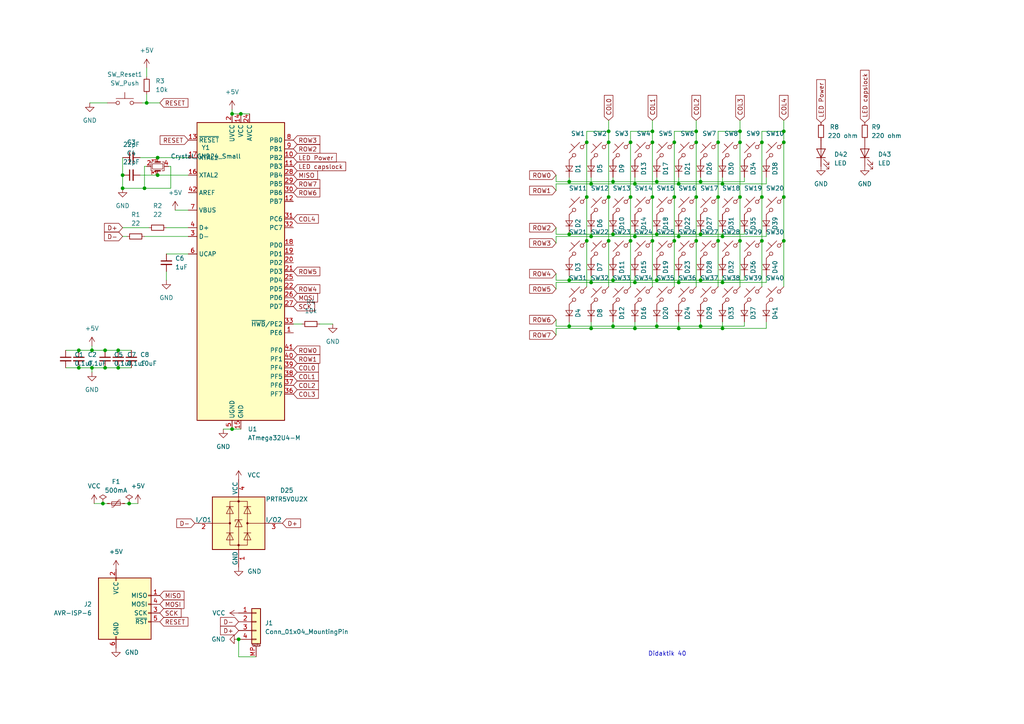
<source format=kicad_sch>
(kicad_sch (version 20211123) (generator eeschema)
  (paper "A4")
  (junction (at 29.845 146.05))
  (junction (at 26.67 106.68))
  (junction (at 203.2 67.945))
  (junction (at 67.31 124.46))
  (junction (at 176.53 69.85))
  (junction (at 195.58 57.15))
  (junction (at 220.98 41.275))
  (junction (at 196.85 95.25))
  (junction (at 170.18 69.85))
  (junction (at 35.56 50.8))
  (junction (at 184.15 68.58))
  (junction (at 220.98 69.85))
  (junction (at 45.72 50.8))
  (junction (at 30.48 106.68))
  (junction (at 41.91 54.61))
  (junction (at 165.1 67.945))
  (junction (at 201.93 41.275))
  (junction (at 45.72 45.72))
  (junction (at 34.29 101.6))
  (junction (at 170.18 57.15))
  (junction (at 203.2 94.615))
  (junction (at 214.63 57.15))
  (junction (at 209.55 68.58))
  (junction (at 208.28 69.85))
  (junction (at 214.63 38.1))
  (junction (at 165.1 94.615))
  (junction (at 171.45 68.58))
  (junction (at 26.67 101.6))
  (junction (at 69.85 33.02))
  (junction (at 201.93 69.85))
  (junction (at 203.2 52.705))
  (junction (at 171.45 81.915))
  (junction (at 189.23 57.15))
  (junction (at 201.93 57.15))
  (junction (at 214.63 41.275))
  (junction (at 195.58 41.275))
  (junction (at 35.56 54.61))
  (junction (at 176.53 41.275))
  (junction (at 30.48 101.6))
  (junction (at 176.53 38.1))
  (junction (at 190.5 67.945))
  (junction (at 190.5 81.28))
  (junction (at 203.2 81.28))
  (junction (at 227.33 69.85))
  (junction (at 209.55 81.915))
  (junction (at 209.55 53.34))
  (junction (at 37.465 146.05))
  (junction (at 189.23 69.85))
  (junction (at 189.23 41.275))
  (junction (at 176.53 57.15))
  (junction (at 189.23 38.1))
  (junction (at 196.85 81.915))
  (junction (at 184.15 95.25))
  (junction (at 170.18 41.275))
  (junction (at 227.33 57.15))
  (junction (at 177.8 67.945))
  (junction (at 165.1 81.28))
  (junction (at 22.86 101.6))
  (junction (at 182.88 41.275))
  (junction (at 69.215 185.42))
  (junction (at 220.98 57.15))
  (junction (at 34.29 106.68))
  (junction (at 184.15 81.915))
  (junction (at 209.55 95.25))
  (junction (at 227.33 41.275))
  (junction (at 201.93 38.1))
  (junction (at 208.28 57.15))
  (junction (at 184.15 53.34))
  (junction (at 190.5 94.615))
  (junction (at 190.5 52.705))
  (junction (at 67.31 33.02))
  (junction (at 227.33 38.1))
  (junction (at 195.58 69.85))
  (junction (at 182.88 69.85))
  (junction (at 165.1 52.705))
  (junction (at 214.63 69.85))
  (junction (at 177.8 52.705))
  (junction (at 42.545 29.845))
  (junction (at 196.85 53.34))
  (junction (at 171.45 53.34))
  (junction (at 208.28 41.275))
  (junction (at 196.85 68.58))
  (junction (at 177.8 94.615))
  (junction (at 171.45 95.25))
  (junction (at 22.86 106.68))
  (junction (at 182.88 57.15))
  (junction (at 177.8 81.28))
  (wire (pts (xy 201.93 34.925) (xy 201.93 38.1)))
  (wire (pts (xy 214.63 57.15) (xy 214.63 69.85)))
  (wire (pts (xy 190.5 51.435) (xy 190.5 52.705)))
  (wire (pts (xy 227.33 57.15) (xy 227.33 69.85)))
  (wire (pts (xy 214.63 38.1) (xy 214.63 41.275)))
  (wire (pts (xy 48.895 48.26) (xy 49.53 48.26)))
  (wire (pts (xy 41.91 68.58) (xy 54.61 68.58)))
  (wire (pts (xy 177.8 80.01) (xy 177.8 81.28)))
  (wire (pts (xy 161.29 95.25) (xy 161.29 97.155)))
  (wire (pts (xy 40.64 50.8) (xy 45.72 50.8)))
  (wire (pts (xy 42.545 19.685) (xy 42.545 22.225)))
  (wire (pts (xy 177.8 52.705) (xy 190.5 52.705)))
  (wire (pts (xy 67.31 124.46) (xy 69.85 124.46)))
  (wire (pts (xy 170.18 38.1) (xy 176.53 38.1)))
  (wire (pts (xy 189.23 41.275) (xy 189.23 57.15)))
  (wire (pts (xy 165.1 51.435) (xy 165.1 52.705)))
  (wire (pts (xy 190.5 52.705) (xy 203.2 52.705)))
  (wire (pts (xy 85.09 93.98) (xy 87.63 93.98)))
  (wire (pts (xy 161.29 68.58) (xy 171.45 68.58)))
  (wire (pts (xy 69.85 33.02) (xy 72.39 33.02)))
  (wire (pts (xy 209.55 68.58) (xy 222.25 68.58)))
  (wire (pts (xy 40.64 45.72) (xy 45.72 45.72)))
  (wire (pts (xy 203.2 67.945) (xy 215.9 67.945)))
  (wire (pts (xy 222.25 93.345) (xy 222.25 95.25)))
  (wire (pts (xy 170.18 83.185) (xy 170.18 69.85)))
  (wire (pts (xy 215.9 93.345) (xy 215.9 94.615)))
  (wire (pts (xy 203.2 67.31) (xy 203.2 67.945)))
  (wire (pts (xy 222.25 80.01) (xy 222.25 81.915)))
  (wire (pts (xy 208.28 41.275) (xy 208.28 38.1)))
  (wire (pts (xy 161.29 50.8) (xy 161.29 52.705)))
  (wire (pts (xy 201.93 38.1) (xy 195.58 38.1)))
  (wire (pts (xy 214.63 69.85) (xy 214.63 83.185)))
  (wire (pts (xy 165.1 81.28) (xy 177.8 81.28)))
  (wire (pts (xy 161.29 66.04) (xy 161.29 67.945)))
  (wire (pts (xy 177.8 51.435) (xy 177.8 52.705)))
  (wire (pts (xy 209.55 80.01) (xy 209.55 81.915)))
  (wire (pts (xy 30.48 101.6) (xy 34.29 101.6)))
  (wire (pts (xy 196.85 81.915) (xy 209.55 81.915)))
  (wire (pts (xy 208.28 83.185) (xy 208.28 69.85)))
  (wire (pts (xy 22.86 101.6) (xy 26.67 101.6)))
  (wire (pts (xy 184.15 93.345) (xy 184.15 95.25)))
  (wire (pts (xy 190.5 93.345) (xy 190.5 94.615)))
  (wire (pts (xy 41.91 54.61) (xy 35.56 54.61)))
  (wire (pts (xy 69.215 190.5) (xy 74.295 190.5)))
  (wire (pts (xy 227.33 69.85) (xy 227.33 83.185)))
  (wire (pts (xy 177.8 81.28) (xy 190.5 81.28)))
  (wire (pts (xy 184.15 53.34) (xy 171.45 53.34)))
  (wire (pts (xy 171.45 68.58) (xy 184.15 68.58)))
  (wire (pts (xy 49.53 54.61) (xy 41.91 54.61)))
  (wire (pts (xy 195.58 57.15) (xy 195.58 69.85)))
  (wire (pts (xy 171.45 95.25) (xy 161.29 95.25)))
  (wire (pts (xy 215.9 67.31) (xy 215.9 67.945)))
  (wire (pts (xy 182.88 83.185) (xy 182.88 69.85)))
  (wire (pts (xy 201.93 69.85) (xy 201.93 83.185)))
  (wire (pts (xy 209.55 51.435) (xy 209.55 53.34)))
  (wire (pts (xy 189.23 57.15) (xy 189.23 69.85)))
  (wire (pts (xy 196.85 68.58) (xy 209.55 68.58)))
  (wire (pts (xy 161.29 67.945) (xy 165.1 67.945)))
  (wire (pts (xy 177.8 67.31) (xy 177.8 67.945)))
  (wire (pts (xy 222.25 95.25) (xy 209.55 95.25)))
  (wire (pts (xy 42.545 29.845) (xy 46.355 29.845)))
  (wire (pts (xy 176.53 69.85) (xy 176.53 83.185)))
  (wire (pts (xy 67.31 31.75) (xy 67.31 33.02)))
  (wire (pts (xy 42.545 27.305) (xy 42.545 29.845)))
  (wire (pts (xy 203.2 81.28) (xy 215.9 81.28)))
  (wire (pts (xy 35.56 45.72) (xy 35.56 50.8)))
  (wire (pts (xy 190.5 81.28) (xy 203.2 81.28)))
  (wire (pts (xy 161.29 81.915) (xy 161.29 83.82)))
  (wire (pts (xy 170.18 69.85) (xy 170.18 57.15)))
  (wire (pts (xy 195.58 38.1) (xy 195.58 41.275)))
  (wire (pts (xy 45.72 50.8) (xy 54.61 50.8)))
  (wire (pts (xy 184.15 80.01) (xy 184.15 81.915)))
  (wire (pts (xy 161.29 68.58) (xy 161.29 70.485)))
  (wire (pts (xy 227.33 41.275) (xy 227.33 57.15)))
  (wire (pts (xy 165.1 93.345) (xy 165.1 94.615)))
  (wire (pts (xy 41.91 48.26) (xy 42.545 48.26)))
  (wire (pts (xy 30.48 106.68) (xy 34.29 106.68)))
  (wire (pts (xy 201.93 57.15) (xy 201.93 69.85)))
  (wire (pts (xy 64.77 124.46) (xy 67.31 124.46)))
  (wire (pts (xy 22.86 106.68) (xy 26.67 106.68)))
  (wire (pts (xy 177.8 93.345) (xy 177.8 94.615)))
  (wire (pts (xy 184.15 68.58) (xy 196.85 68.58)))
  (wire (pts (xy 227.33 38.1) (xy 220.98 38.1)))
  (wire (pts (xy 208.28 69.85) (xy 208.28 57.15)))
  (wire (pts (xy 26.67 100.33) (xy 26.67 101.6)))
  (wire (pts (xy 50.8 60.96) (xy 54.61 60.96)))
  (wire (pts (xy 165.1 94.615) (xy 177.8 94.615)))
  (wire (pts (xy 36.195 146.05) (xy 37.465 146.05)))
  (wire (pts (xy 189.23 34.925) (xy 189.23 38.1)))
  (wire (pts (xy 165.1 67.945) (xy 177.8 67.945)))
  (wire (pts (xy 214.63 34.925) (xy 214.63 38.1)))
  (wire (pts (xy 177.8 67.945) (xy 190.5 67.945)))
  (wire (pts (xy 171.45 93.345) (xy 171.45 95.25)))
  (wire (pts (xy 29.845 146.05) (xy 31.115 146.05)))
  (wire (pts (xy 161.29 53.34) (xy 161.29 55.245)))
  (wire (pts (xy 220.98 69.85) (xy 220.98 83.185)))
  (wire (pts (xy 35.56 68.58) (xy 36.83 68.58)))
  (wire (pts (xy 220.98 41.275) (xy 220.98 57.15)))
  (wire (pts (xy 48.26 66.04) (xy 54.61 66.04)))
  (wire (pts (xy 170.18 41.275) (xy 170.18 38.1)))
  (wire (pts (xy 201.93 38.1) (xy 201.93 41.275)))
  (wire (pts (xy 203.2 80.01) (xy 203.2 81.28)))
  (wire (pts (xy 222.25 53.34) (xy 209.55 53.34)))
  (wire (pts (xy 209.55 67.31) (xy 209.55 68.58)))
  (wire (pts (xy 203.2 94.615) (xy 215.9 94.615)))
  (wire (pts (xy 182.88 38.1) (xy 189.23 38.1)))
  (wire (pts (xy 208.28 57.15) (xy 208.28 41.275)))
  (wire (pts (xy 27.305 146.05) (xy 29.845 146.05)))
  (wire (pts (xy 48.26 73.66) (xy 54.61 73.66)))
  (wire (pts (xy 209.55 95.25) (xy 196.85 95.25)))
  (wire (pts (xy 190.5 67.945) (xy 203.2 67.945)))
  (wire (pts (xy 189.23 69.85) (xy 189.23 83.185)))
  (wire (pts (xy 227.33 34.925) (xy 227.33 38.1)))
  (wire (pts (xy 176.53 38.1) (xy 176.53 41.275)))
  (wire (pts (xy 19.05 101.6) (xy 22.86 101.6)))
  (wire (pts (xy 48.26 78.74) (xy 48.26 81.28)))
  (wire (pts (xy 190.5 94.615) (xy 203.2 94.615)))
  (wire (pts (xy 208.28 38.1) (xy 214.63 38.1)))
  (wire (pts (xy 209.55 53.34) (xy 196.85 53.34)))
  (wire (pts (xy 161.29 81.915) (xy 171.45 81.915)))
  (wire (pts (xy 171.45 51.435) (xy 171.45 53.34)))
  (wire (pts (xy 215.9 51.435) (xy 215.9 52.705)))
  (wire (pts (xy 170.18 57.15) (xy 170.18 41.275)))
  (wire (pts (xy 189.23 38.1) (xy 189.23 41.275)))
  (wire (pts (xy 203.2 93.345) (xy 203.2 94.615)))
  (wire (pts (xy 35.56 66.04) (xy 43.18 66.04)))
  (wire (pts (xy 69.215 190.5) (xy 69.215 185.42)))
  (wire (pts (xy 184.15 81.915) (xy 196.85 81.915)))
  (wire (pts (xy 45.72 45.72) (xy 54.61 45.72)))
  (wire (pts (xy 196.85 51.435) (xy 196.85 53.34)))
  (wire (pts (xy 203.2 51.435) (xy 203.2 52.705)))
  (wire (pts (xy 182.88 41.275) (xy 182.88 38.1)))
  (wire (pts (xy 26.67 101.6) (xy 30.48 101.6)))
  (wire (pts (xy 196.85 80.01) (xy 196.85 81.915)))
  (wire (pts (xy 227.33 38.1) (xy 227.33 41.275)))
  (wire (pts (xy 171.45 53.34) (xy 161.29 53.34)))
  (wire (pts (xy 161.29 94.615) (xy 165.1 94.615)))
  (wire (pts (xy 165.1 67.31) (xy 165.1 67.945)))
  (wire (pts (xy 195.58 69.85) (xy 195.58 83.185)))
  (wire (pts (xy 184.15 95.25) (xy 171.45 95.25)))
  (wire (pts (xy 222.25 51.435) (xy 222.25 53.34)))
  (wire (pts (xy 165.1 80.01) (xy 165.1 81.28)))
  (wire (pts (xy 171.45 81.915) (xy 184.15 81.915)))
  (wire (pts (xy 203.2 52.705) (xy 215.9 52.705)))
  (wire (pts (xy 195.58 41.275) (xy 195.58 57.15)))
  (wire (pts (xy 161.29 79.375) (xy 161.29 81.28)))
  (wire (pts (xy 184.15 51.435) (xy 184.15 53.34)))
  (wire (pts (xy 176.53 41.275) (xy 176.53 57.15)))
  (wire (pts (xy 176.53 57.15) (xy 176.53 69.85)))
  (wire (pts (xy 26.67 106.68) (xy 26.67 107.95)))
  (wire (pts (xy 196.85 93.345) (xy 196.85 95.25)))
  (wire (pts (xy 41.275 29.845) (xy 42.545 29.845)))
  (wire (pts (xy 215.9 80.01) (xy 215.9 81.28)))
  (wire (pts (xy 190.5 67.31) (xy 190.5 67.945)))
  (wire (pts (xy 171.45 67.31) (xy 171.45 68.58)))
  (wire (pts (xy 214.63 41.275) (xy 214.63 57.15)))
  (wire (pts (xy 182.88 69.85) (xy 182.88 57.15)))
  (wire (pts (xy 176.53 34.925) (xy 176.53 38.1)))
  (wire (pts (xy 26.035 29.845) (xy 31.115 29.845)))
  (wire (pts (xy 196.85 67.31) (xy 196.85 68.58)))
  (wire (pts (xy 49.53 48.26) (xy 49.53 54.61)))
  (wire (pts (xy 220.98 38.1) (xy 220.98 41.275)))
  (wire (pts (xy 161.29 81.28) (xy 165.1 81.28)))
  (wire (pts (xy 222.25 67.31) (xy 222.25 68.58)))
  (wire (pts (xy 34.29 106.68) (xy 38.1 106.68)))
  (wire (pts (xy 41.91 48.26) (xy 41.91 54.61)))
  (wire (pts (xy 190.5 80.01) (xy 190.5 81.28)))
  (wire (pts (xy 220.98 57.15) (xy 220.98 69.85)))
  (wire (pts (xy 35.56 50.8) (xy 35.56 54.61)))
  (wire (pts (xy 201.93 41.275) (xy 201.93 57.15)))
  (wire (pts (xy 19.05 106.68) (xy 22.86 106.68)))
  (wire (pts (xy 196.85 53.34) (xy 184.15 53.34)))
  (wire (pts (xy 165.1 52.705) (xy 177.8 52.705)))
  (wire (pts (xy 209.55 93.345) (xy 209.55 95.25)))
  (wire (pts (xy 161.29 52.705) (xy 165.1 52.705)))
  (wire (pts (xy 161.29 92.71) (xy 161.29 94.615)))
  (wire (pts (xy 67.31 33.02) (xy 69.85 33.02)))
  (wire (pts (xy 182.88 57.15) (xy 182.88 41.275)))
  (wire (pts (xy 171.45 80.01) (xy 171.45 81.915)))
  (wire (pts (xy 26.67 106.68) (xy 30.48 106.68)))
  (wire (pts (xy 92.71 93.98) (xy 96.52 93.98)))
  (wire (pts (xy 177.8 94.615) (xy 190.5 94.615)))
  (wire (pts (xy 37.465 146.05) (xy 40.005 146.05)))
  (wire (pts (xy 196.85 95.25) (xy 184.15 95.25)))
  (wire (pts (xy 34.29 101.6) (xy 38.1 101.6)))
  (wire (pts (xy 209.55 81.915) (xy 222.25 81.915)))
  (wire (pts (xy 184.15 67.31) (xy 184.15 68.58)))
  (text "Didaktik 40" (at 187.96 190.5 0) (effects (font (size 1.27 1.27)) (justify left bottom)))
  (global_label "ROW6" (shape input) (at 85.09 55.88 0) (property "Intersheet References" "${INTERSHEET_REFS}" (effects hide)))
  (global_label "COL4" (shape input) (at 227.33 34.925 90) (property "Intersheet References" "${INTERSHEET_REFS}" (effects hide)))
  (global_label "LED Power" (shape input) (at 85.09 45.72 0) (property "Intersheet References" "${INTERSHEET_REFS}" (effects hide)))
  (global_label "ROW0" (shape input) (at 85.09 101.6 0) (property "Intersheet References" "${INTERSHEET_REFS}" (effects hide)))
  (global_label "RESET" (shape input) (at 54.61 40.64 180) (property "Intersheet References" "${INTERSHEET_REFS}" (effects hide)))
  (global_label "RESET" (shape input) (at 46.355 29.845 0) (property "Intersheet References" "${INTERSHEET_REFS}" (effects hide)))
  (global_label "LED capslock" (shape input) (at 250.825 35.56 90) (property "Intersheet References" "${INTERSHEET_REFS}" (effects hide)))
  (global_label "COL1" (shape input) (at 85.09 109.22 0) (property "Intersheet References" "${INTERSHEET_REFS}" (effects hide)))
  (global_label "COL1" (shape input) (at 189.23 34.925 90) (property "Intersheet References" "${INTERSHEET_REFS}" (effects hide)))
  (global_label "D-" (shape input) (at 35.56 68.58 180) (property "Intersheet References" "${INTERSHEET_REFS}" (effects hide)))
  (global_label "MOSI" (shape input) (at 46.355 175.26 0) (property "Intersheet References" "${INTERSHEET_REFS}" (effects hide)))
  (global_label "ROW5" (shape input) (at 85.09 78.74 0) (property "Intersheet References" "${INTERSHEET_REFS}" (effects hide)))
  (global_label "ROW6" (shape input) (at 161.29 92.71 180) (property "Intersheet References" "${INTERSHEET_REFS}" (effects hide)))
  (global_label "ROW3" (shape input) (at 161.29 70.485 180) (property "Intersheet References" "${INTERSHEET_REFS}" (effects hide)))
  (global_label "D+" (shape input) (at 69.215 182.88 180) (property "Intersheet References" "${INTERSHEET_REFS}" (effects hide)))
  (global_label "COL3" (shape input) (at 85.09 114.3 0) (property "Intersheet References" "${INTERSHEET_REFS}" (effects hide)))
  (global_label "ROW1" (shape input) (at 85.09 104.14 0) (property "Intersheet References" "${INTERSHEET_REFS}" (effects hide)))
  (global_label "D-" (shape input) (at 69.215 180.34 180) (property "Intersheet References" "${INTERSHEET_REFS}" (effects hide)))
  (global_label "COL0" (shape input) (at 176.53 34.925 90) (property "Intersheet References" "${INTERSHEET_REFS}" (effects hide)))
  (global_label "ROW4" (shape input) (at 161.29 79.375 180) (property "Intersheet References" "${INTERSHEET_REFS}" (effects hide)))
  (global_label "ROW7" (shape input) (at 85.09 53.34 0) (property "Intersheet References" "${INTERSHEET_REFS}" (effects hide)))
  (global_label "COL4" (shape input) (at 85.09 63.5 0) (property "Intersheet References" "${INTERSHEET_REFS}" (effects hide)))
  (global_label "LED capslock" (shape input) (at 85.09 48.26 0) (property "Intersheet References" "${INTERSHEET_REFS}" (effects hide)))
  (global_label "D-" (shape input) (at 56.515 151.765 180) (property "Intersheet References" "${INTERSHEET_REFS}" (effects hide)))
  (global_label "COL0" (shape input) (at 85.09 106.68 0) (property "Intersheet References" "${INTERSHEET_REFS}" (effects hide)))
  (global_label "MISO" (shape input) (at 46.355 172.72 0) (property "Intersheet References" "${INTERSHEET_REFS}" (effects hide)))
  (global_label "ROW0" (shape input) (at 161.29 50.8 180) (property "Intersheet References" "${INTERSHEET_REFS}" (effects hide)))
  (global_label "COL3" (shape input) (at 214.63 34.925 90) (property "Intersheet References" "${INTERSHEET_REFS}" (effects hide)))
  (global_label "RESET" (shape input) (at 46.355 180.34 0) (property "Intersheet References" "${INTERSHEET_REFS}" (effects hide)))
  (global_label "ROW4" (shape input) (at 85.09 83.82 0) (property "Intersheet References" "${INTERSHEET_REFS}" (effects hide)))
  (global_label "MOSI" (shape input) (at 85.09 86.36 0) (property "Intersheet References" "${INTERSHEET_REFS}" (effects hide)))
  (global_label "ROW5" (shape input) (at 161.29 83.82 180) (property "Intersheet References" "${INTERSHEET_REFS}" (effects hide)))
  (global_label "MISO" (shape input) (at 85.09 50.8 0) (property "Intersheet References" "${INTERSHEET_REFS}" (effects hide)))
  (global_label "SCK" (shape input) (at 46.355 177.8 0) (property "Intersheet References" "${INTERSHEET_REFS}" (effects hide)))
  (global_label "ROW2" (shape input) (at 85.09 43.18 0) (property "Intersheet References" "${INTERSHEET_REFS}" (effects hide)))
  (global_label "D+" (shape input) (at 81.915 151.765 0) (property "Intersheet References" "${INTERSHEET_REFS}" (effects hide)))
  (global_label "ROW2" (shape input) (at 161.29 66.04 180) (property "Intersheet References" "${INTERSHEET_REFS}" (effects hide)))
  (global_label "COL2" (shape input) (at 201.93 34.925 90) (property "Intersheet References" "${INTERSHEET_REFS}" (effects hide)))
  (global_label "D+" (shape input) (at 35.56 66.04 180) (property "Intersheet References" "${INTERSHEET_REFS}" (effects hide)))
  (global_label "ROW1" (shape input) (at 161.29 55.245 180) (property "Intersheet References" "${INTERSHEET_REFS}" (effects hide)))
  (global_label "SCK" (shape input) (at 85.09 88.9 0) (property "Intersheet References" "${INTERSHEET_REFS}" (effects hide)))
  (global_label "LED Power" (shape input) (at 238.125 35.56 90) (property "Intersheet References" "${INTERSHEET_REFS}" (effects hide)))
  (global_label "ROW7" (shape input) (at 161.29 97.155 180) (property "Intersheet References" "${INTERSHEET_REFS}" (effects hide)))
  (global_label "COL2" (shape input) (at 85.09 111.76 0) (property "Intersheet References" "${INTERSHEET_REFS}" (effects hide)))
  (global_label "ROW3" (shape input) (at 85.09 40.64 0) (property "Intersheet References" "${INTERSHEET_REFS}" (effects hide)))
  (symbol (lib_id "ComboDiode:D_Small") (at 203.2 77.47 270) (mirror x) (unit 1)
    (property "Reference" "D28" (at 205.74 77.47 0))
    (property "Value" "D_Small" (effects hide))
    (property "Footprint" "Diode_SMD:D_SOD-123" (effects hide))
  )
  (symbol (lib_id "ComboDiode:Crystal_GND24_Small") (at 45.72 48.26 270) (unit 1)
    (property "Reference" "Y1" (at 59.69 42.7988 90))
    (property "Value" "Crystal_GND24_Small" (at 59.69 45.3388 90))
    (property "Footprint" "Crystal:Crystal_SMD_3225-4Pin_3.2x2.5mm" (effects hide))
  )
  (symbol (lib_id "power:+5V") (at 40.005 146.05 0) (unit 1)
    (property "Reference" "#PWR0103" (effects hide))
    (property "Value" "+5V" (at 40.005 140.97 0))
  )
  (symbol (lib_id "ComboDiode:D_Small") (at 190.5 48.895 270) (mirror x) (unit 1)
    (property "Reference" "D17" (at 193.04 48.895 0))
    (property "Value" "D_Small" (effects hide))
    (property "Footprint" "Diode_SMD:D_SOD-123" (effects hide))
  )
  (symbol (lib_id "ComboDiode:D_Small") (at 165.1 77.47 270) (mirror x) (unit 1)
    (property "Reference" "D3" (at 167.64 77.47 0))
    (property "Value" "D_Small" (effects hide))
    (property "Footprint" "Diode_SMD:D_SOD-123" (effects hide))
  )
  (symbol (lib_id "power:GND") (at 69.215 185.42 270) (unit 1)
    (property "Reference" "#PWR0118" (effects hide))
    (property "Value" "GND" (at 65.405 185.4199 90) (effects (justify right)))
  )
  (symbol (lib_id "ComboDiode:R_Small") (at 250.825 38.1 0) (unit 1)
    (property "Reference" "R9" (at 252.73 36.8299 0) (effects (justify left)))
    (property "Value" "220 ohm" (at 252.73 39.3699 0) (effects (justify left)))
    (property "Footprint" "Resistor_SMD:R_0402_1005Metric" (effects hide))
  )
  (symbol (lib_id "ComboDiode:D_Small") (at 171.45 77.47 270) (mirror x) (unit 1)
    (property "Reference" "D7" (at 173.99 77.47 0))
    (property "Value" "D_Small" (effects hide))
    (property "Footprint" "Diode_SMD:D_SOD-123" (effects hide))
  )
  (symbol (lib_id "MCU_Microchip_ATmega:ATmega32U4-M") (at 69.85 78.74 0) (unit 1)
    (property "Reference" "U1" (at 71.8694 124.46 0) (effects (justify left)))
    (property "Value" "ATmega32U4-M" (at 71.8694 127 0) (effects (justify left)))
    (property "Footprint" "Package_DFN_QFN:QFN-44-1EP_7x7mm_P0.5mm_EP5.2x5.2mm" (effects hide))
    (property "Datasheet" "http://ww1.microchip.com/downloads/en/DeviceDoc/Atmel-7766-8-bit-AVR-ATmega16U4-32U4_Datasheet.pdf" (effects hide))
  )
  (symbol (lib_id "power:GND") (at 48.26 81.28 0) (unit 1)
    (property "Reference" "#PWR0108" (effects hide))
    (property "Value" "GND" (at 48.26 86.36 0))
  )
  (symbol (lib_id "ComboDiode:D_Small") (at 215.9 90.805 270) (mirror x) (unit 1)
    (property "Reference" "D37" (at 218.44 90.805 0))
    (property "Value" "D_Small" (effects hide))
    (property "Footprint" "Diode_SMD:D_SOD-123" (effects hide))
  )
  (symbol (lib_id "power:GND") (at 96.52 93.98 0) (unit 1)
    (property "Reference" "#PWR0106" (effects hide))
    (property "Value" "GND" (at 96.52 99.06 0))
  )
  (symbol (lib_id "Switch:SW_Push_45deg") (at 173.99 85.725 0) (mirror y) (unit 1)
    (property "Reference" "SW32" (at 173.99 80.645 0))
    (property "Value" "SW_Push_45deg" (effects hide))
    (property "Footprint" "Keebio-Parts:MX-Alps-Choc-1U-NoLED" (effects hide))
  )
  (symbol (lib_id "power:+5V") (at 67.31 31.75 0) (unit 1)
    (property "Reference" "#PWR0116" (effects hide))
    (property "Value" "+5V" (at 67.31 26.67 0))
  )
  (symbol (lib_id "ComboDiode:C_Small") (at 38.1 50.8 90) (unit 1)
    (property "Reference" "C4" (at 38.1063 44.45 90))
    (property "Value" "22pF" (at 38.1063 46.99 90))
    (property "Footprint" "Capacitor_SMD:C_0402_1005Metric" (effects hide))
  )
  (symbol (lib_id "ComboDiode:D_Small") (at 171.45 90.805 270) (mirror x) (unit 1)
    (property "Reference" "D8" (at 173.99 90.805 0))
    (property "Value" "D_Small" (effects hide))
    (property "Footprint" "Diode_SMD:D_SOD-123" (effects hide))
  )
  (symbol (lib_id "Switch:SW_Push_45deg") (at 218.44 72.39 0) (mirror y) (unit 1)
    (property "Reference" "SW29" (at 218.44 67.31 0))
    (property "Value" "SW_Push_45deg" (effects hide))
    (property "Footprint" "Keebio-Parts:MX-Alps-Choc-1U-NoLED" (effects hide))
  )
  (symbol (lib_id "Switch:SW_Push_45deg") (at 167.64 43.815 0) (mirror y) (unit 1)
    (property "Reference" "SW1" (at 167.64 38.735 0))
    (property "Value" "SW_Push_45deg" (effects hide))
    (property "Footprint" "Keebio-Parts:MX-Alps-Choc-1U-NoLED" (effects hide))
  )
  (symbol (lib_id "Switch:SW_Push_45deg") (at 180.34 72.39 0) (mirror y) (unit 1)
    (property "Reference" "SW23" (at 180.34 67.31 0))
    (property "Value" "SW_Push_45deg" (effects hide))
    (property "Footprint" "Keebio-Parts:MX-Alps-Choc-1U-NoLED" (effects hide))
  )
  (symbol (lib_id "ComboDiode:R_Small") (at 39.37 68.58 90) (unit 1)
    (property "Reference" "R1" (at 39.37 62.23 90))
    (property "Value" "22" (at 39.37 64.77 90))
    (property "Footprint" "Resistor_SMD:R_0402_1005Metric" (effects hide))
  )
  (symbol (lib_id "ComboDiode:D_Small") (at 209.55 90.805 270) (mirror x) (unit 1)
    (property "Reference" "D33" (at 212.09 90.805 0))
    (property "Value" "D_Small" (effects hide))
    (property "Footprint" "Diode_SMD:D_SOD-123" (effects hide))
  )
  (symbol (lib_id "ComboDiode:D_Small") (at 215.9 48.895 270) (mirror x) (unit 1)
    (property "Reference" "D34" (at 218.44 48.895 0))
    (property "Value" "D_Small" (effects hide))
    (property "Footprint" "Diode_SMD:D_SOD-123" (effects hide))
  )
  (symbol (lib_id "ComboDiode:D_Small") (at 190.5 90.805 270) (mirror x) (unit 1)
    (property "Reference" "D20" (at 193.04 90.805 0))
    (property "Value" "D_Small" (effects hide))
    (property "Footprint" "Diode_SMD:D_SOD-123" (effects hide))
  )
  (symbol (lib_id "Switch:SW_Push") (at 36.195 29.845 0) (unit 1)
    (property "Reference" "SW_Reset1" (at 36.195 21.59 0))
    (property "Value" "SW_Push" (at 36.195 24.13 0))
    (property "Footprint" "random-keyboard-parts:SKQG-1155865" (effects hide))
  )
  (symbol (lib_id "Switch:SW_Push_45deg") (at 186.69 59.69 0) (mirror y) (unit 1)
    (property "Reference" "SW14" (at 186.69 54.61 0))
    (property "Value" "SW_Push_45deg" (effects hide))
    (property "Footprint" "Keebio-Parts:MX-Alps-Choc-1U-NoLED" (effects hide))
  )
  (symbol (lib_id "Switch:SW_Push_45deg") (at 224.79 85.725 0) (mirror y) (unit 1)
    (property "Reference" "SW40" (at 224.79 80.645 0))
    (property "Value" "SW_Push_45deg" (effects hide))
    (property "Footprint" "Keebio-Parts:MX-Alps-Choc-1.5U-NoLED" (effects hide))
  )
  (symbol (lib_id "power:GND") (at 250.825 48.26 0) (unit 1)
    (property "Reference" "#PWR0123" (effects hide))
    (property "Value" "GND" (at 250.825 53.34 0))
  )
  (symbol (lib_id "Connector:AVR-ISP-6") (at 36.195 177.8 0) (unit 1)
    (property "Reference" "J2" (at 26.67 175.2599 0) (effects (justify right)))
    (property "Value" "AVR-ISP-6" (at 26.67 177.7999 0) (effects (justify right)))
    (property "Footprint" "random-keyboard-parts:Reset_Pretty-Mask" (effects hide))
    (property "Datasheet" " ~" (effects hide))
  )
  (symbol (lib_id "ComboDiode:C_Small") (at 48.26 76.2 0) (unit 1)
    (property "Reference" "C6" (at 50.8 74.9362 0) (effects (justify left)))
    (property "Value" "1uF" (at 50.8 77.4762 0) (effects (justify left)))
    (property "Footprint" "Capacitor_SMD:C_0402_1005Metric" (effects hide))
  )
  (symbol (lib_id "ComboDiode:R_Small") (at 42.545 24.765 0) (unit 1)
    (property "Reference" "R3" (at 45.085 23.4949 0) (effects (justify left)))
    (property "Value" "10k" (at 45.085 26.0349 0) (effects (justify left)))
    (property "Footprint" "Resistor_SMD:R_0402_1005Metric" (effects hide))
  )
  (symbol (lib_id "ComboDiode:D_Small") (at 196.85 90.805 270) (mirror x) (unit 1)
    (property "Reference" "D24" (at 199.39 90.805 0))
    (property "Value" "D_Small" (effects hide))
    (property "Footprint" "Diode_SMD:D_SOD-123" (effects hide))
  )
  (symbol (lib_id "ComboDiode:D_Small") (at 184.15 64.77 270) (mirror x) (unit 1)
    (property "Reference" "D14" (at 186.69 64.77 0))
    (property "Value" "D_Small" (effects hide))
    (property "Footprint" "Diode_SMD:D_SOD-123" (effects hide))
  )
  (symbol (lib_id "power:VCC") (at 69.215 139.065 0) (unit 1)
    (property "Reference" "#PWR0102" (effects hide))
    (property "Value" "VCC" (at 71.755 137.7949 0) (effects (justify left)))
  )
  (symbol (lib_id "ComboDiode:D_Small") (at 184.15 48.895 270) (mirror x) (unit 1)
    (property "Reference" "D13" (at 186.69 48.895 0))
    (property "Value" "D_Small" (effects hide))
    (property "Footprint" "Diode_SMD:D_SOD-123" (effects hide))
  )
  (symbol (lib_id "ComboDiode:R_Small") (at 90.17 93.98 90) (unit 1)
    (property "Reference" "R4" (at 90.17 87.63 90))
    (property "Value" "10k" (at 90.17 90.17 90))
    (property "Footprint" "Resistor_SMD:R_0402_1005Metric" (effects hide))
  )
  (symbol (lib_id "Switch:SW_Push_45deg") (at 180.34 85.725 0) (mirror y) (unit 1)
    (property "Reference" "SW33" (at 180.34 80.645 0))
    (property "Value" "SW_Push_45deg" (effects hide))
    (property "Footprint" "Keebio-Parts:MX-Alps-Choc-1U-NoLED" (effects hide))
  )
  (symbol (lib_id "ComboDiode:D_Small") (at 184.15 77.47 270) (mirror x) (unit 1)
    (property "Reference" "D15" (at 186.69 77.47 0))
    (property "Value" "D_Small" (effects hide))
    (property "Footprint" "Diode_SMD:D_SOD-123" (effects hide))
  )
  (symbol (lib_id "ComboDiode:D_Small") (at 184.15 90.805 270) (mirror x) (unit 1)
    (property "Reference" "D16" (at 186.69 90.805 0))
    (property "Value" "D_Small" (effects hide))
    (property "Footprint" "Diode_SMD:D_SOD-123" (effects hide))
  )
  (symbol (lib_id "ComboDiode:LED") (at 238.125 44.45 90) (unit 1)
    (property "Reference" "D42" (at 241.935 44.7801 90) (effects (justify right)))
    (property "Value" "LED" (at 241.935 47.3201 90) (effects (justify right)))
    (property "Footprint" "Keebio-Parts:LED_3mm" (effects hide))
  )
  (symbol (lib_id "ComboDiode:C_Small") (at 19.05 104.14 0) (unit 1)
    (property "Reference" "C1" (at 21.59 102.8762 0) (effects (justify left)))
    (property "Value" "0.1uF" (at 21.59 105.4162 0) (effects (justify left)))
    (property "Footprint" "Capacitor_SMD:C_0402_1005Metric" (effects hide))
  )
  (symbol (lib_id "Switch:SW_Push_45deg") (at 205.74 85.725 0) (mirror y) (unit 1)
    (property "Reference" "SW37" (at 205.74 80.645 0))
    (property "Value" "SW_Push_45deg" (effects hide))
    (property "Footprint" "Keebio-Parts:MX-Alps-Choc-1U-NoLED" (effects hide))
  )
  (symbol (lib_id "ComboDiode:D_Small") (at 196.85 64.77 270) (mirror x) (unit 1)
    (property "Reference" "D22" (at 199.39 64.77 0))
    (property "Value" "D_Small" (effects hide))
    (property "Footprint" "Diode_SMD:D_SOD-123" (effects hide))
  )
  (symbol (lib_id "power:GND") (at 64.77 124.46 0) (unit 1)
    (property "Reference" "#PWR0104" (effects hide))
    (property "Value" "GND" (at 64.77 129.54 0))
  )
  (symbol (lib_id "Switch:SW_Push_45deg") (at 224.79 43.815 0) (mirror y) (unit 1)
    (property "Reference" "SW10" (at 224.79 38.735 0))
    (property "Value" "SW_Push_45deg" (effects hide))
    (property "Footprint" "Keebio-Parts:MX-Alps-Choc-1U-NoLED" (effects hide))
  )
  (symbol (lib_id "Switch:SW_Push_45deg") (at 218.44 59.69 0) (mirror y) (unit 1)
    (property "Reference" "SW19" (at 218.44 54.61 0))
    (property "Value" "SW_Push_45deg" (effects hide))
    (property "Footprint" "Keebio-Parts:MX-Alps-Choc-1U-NoLED" (effects hide))
  )
  (symbol (lib_id "ComboDiode:D_Small") (at 215.9 77.47 270) (mirror x) (unit 1)
    (property "Reference" "D36" (at 218.44 77.47 0))
    (property "Value" "D_Small" (effects hide))
    (property "Footprint" "Diode_SMD:D_SOD-123" (effects hide))
  )
  (symbol (lib_id "ComboDiode:D_Small") (at 203.2 48.895 270) (mirror x) (unit 1)
    (property "Reference" "D26" (at 205.74 48.895 0))
    (property "Value" "D_Small" (effects hide))
    (property "Footprint" "Diode_SMD:D_SOD-123" (effects hide))
  )
  (symbol (lib_id "ComboDiode:D_Small") (at 222.25 90.805 270) (mirror x) (unit 1)
    (property "Reference" "D41" (at 224.79 90.805 0))
    (property "Value" "D_Small" (effects hide))
    (property "Footprint" "Diode_SMD:D_SOD-123" (effects hide))
  )
  (symbol (lib_id "ComboDiode:D_Small") (at 177.8 90.805 270) (mirror x) (unit 1)
    (property "Reference" "D12" (at 180.34 90.805 0))
    (property "Value" "D_Small" (effects hide))
    (property "Footprint" "Diode_SMD:D_SOD-123" (effects hide))
  )
  (symbol (lib_id "ComboDiode:D_Small") (at 190.5 64.77 270) (mirror x) (unit 1)
    (property "Reference" "D18" (at 193.04 64.77 0))
    (property "Value" "D_Small" (effects hide))
    (property "Footprint" "Diode_SMD:D_SOD-123" (effects hide))
  )
  (symbol (lib_id "Switch:SW_Push_45deg") (at 193.04 85.725 0) (mirror y) (unit 1)
    (property "Reference" "SW35" (at 193.04 80.645 0))
    (property "Value" "SW_Push_45deg" (effects hide))
    (property "Footprint" "Keebio-Parts:MX-Alps-Choc-1U-NoLED" (effects hide))
  )
  (symbol (lib_id "ComboDiode:Polyfuse_Small") (at 33.655 146.05 90) (unit 1)
    (property "Reference" "F1" (at 33.655 139.7 90))
    (property "Value" "500mA" (at 33.655 142.24 90))
    (property "Footprint" "Fuse:Fuse_1206_3216Metric" (effects hide))
  )
  (symbol (lib_id "Switch:SW_Push_45deg") (at 212.09 72.39 0) (mirror y) (unit 1)
    (property "Reference" "SW28" (at 212.09 67.31 0))
    (property "Value" "SW_Push_45deg" (effects hide))
    (property "Footprint" "Keebio-Parts:MX-Alps-Choc-1U-NoLED" (effects hide))
  )
  (symbol (lib_id "Switch:SW_Push_45deg") (at 180.34 43.815 0) (mirror y) (unit 1)
    (property "Reference" "SW3" (at 180.34 38.735 0))
    (property "Value" "SW_Push_45deg" (effects hide))
    (property "Footprint" "Keebio-Parts:MX-Alps-Choc-1U-NoLED" (effects hide))
  )
  (symbol (lib_id "ComboDiode:D_Small") (at 222.25 77.47 270) (mirror x) (unit 1)
    (property "Reference" "D40" (at 224.79 77.47 0))
    (property "Value" "D_Small" (effects hide))
    (property "Footprint" "Diode_SMD:D_SOD-123" (effects hide))
  )
  (symbol (lib_id "Switch:SW_Push_45deg") (at 218.44 43.815 0) (mirror y) (unit 1)
    (property "Reference" "SW9" (at 218.44 38.735 0))
    (property "Value" "SW_Push_45deg" (effects hide))
    (property "Footprint" "Keebio-Parts:MX-Alps-Choc-1U-NoLED" (effects hide))
  )
  (symbol (lib_id "ComboDiode:C_Small") (at 38.1 45.72 90) (unit 1)
    (property "Reference" "C3" (at 38.1 41.275 90))
    (property "Value" "22pF" (at 38.1063 41.91 90))
    (property "Footprint" "Capacitor_SMD:C_0402_1005Metric" (effects hide))
  )
  (symbol (lib_id "power:+5V") (at 42.545 19.685 0) (unit 1)
    (property "Reference" "#PWR0117" (effects hide))
    (property "Value" "+5V" (at 42.545 14.605 0))
  )
  (symbol (lib_id "Switch:SW_Push_45deg") (at 212.09 85.725 0) (mirror y) (unit 1)
    (property "Reference" "SW38" (at 212.09 80.645 0))
    (property "Value" "SW_Push_45deg" (effects hide))
    (property "Footprint" "Keebio-Parts:MX-Alps-Choc-1U-NoLED" (effects hide))
  )
  (symbol (lib_id "Switch:SW_Push_45deg") (at 180.34 59.69 0) (mirror y) (unit 1)
    (property "Reference" "SW13" (at 180.34 54.61 0))
    (property "Value" "SW_Push_45deg" (effects hide))
    (property "Footprint" "Keebio-Parts:MX-Alps-Choc-1U-NoLED" (effects hide))
  )
  (symbol (lib_id "power:GND") (at 238.125 48.26 0) (unit 1)
    (property "Reference" "#PWR0122" (effects hide))
    (property "Value" "GND" (at 238.125 53.34 0))
  )
  (symbol (lib_id "Switch:SW_Push_45deg") (at 199.39 43.815 0) (mirror y) (unit 1)
    (property "Reference" "SW6" (at 199.39 38.735 0))
    (property "Value" "SW_Push_45deg" (effects hide))
    (property "Footprint" "Keebio-Parts:MX-Alps-Choc-1U-NoLED" (effects hide))
  )
  (symbol (lib_id "Switch:SW_Push_45deg") (at 205.74 59.69 0) (mirror y) (unit 1)
    (property "Reference" "SW17" (at 205.74 54.61 0))
    (property "Value" "SW_Push_45deg" (effects hide))
    (property "Footprint" "Keebio-Parts:MX-Alps-Choc-1U-NoLED" (effects hide))
  )
  (symbol (lib_id "ComboDiode:D_Small") (at 196.85 48.895 270) (mirror x) (unit 1)
    (property "Reference" "D21" (at 199.39 48.895 0))
    (property "Value" "D_Small" (effects hide))
    (property "Footprint" "Diode_SMD:D_SOD-123" (effects hide))
  )
  (symbol (lib_id "ComboDiode:D_Small") (at 171.45 48.895 270) (mirror x) (unit 1)
    (property "Reference" "D5" (at 173.99 48.895 0))
    (property "Value" "D_Small" (effects hide))
    (property "Footprint" "Diode_SMD:D_SOD-123" (effects hide))
  )
  (symbol (lib_id "Connector_Generic_MountingPin:Conn_01x04_MountingPin") (at 74.295 180.34 0) (unit 1)
    (property "Reference" "J1" (at 76.835 180.6955 0) (effects (justify left)))
    (property "Value" "Conn_01x04_MountingPin" (at 76.835 183.2355 0) (effects (justify left)))
    (property "Footprint" "random-keyboard-parts:JST-SR-4" (effects hide))
  )
  (symbol (lib_id "ComboDiode:D_Small") (at 203.2 90.805 270) (mirror x) (unit 1)
    (property "Reference" "D29" (at 205.74 90.805 0))
    (property "Value" "D_Small" (effects hide))
    (property "Footprint" "Diode_SMD:D_SOD-123" (effects hide))
  )
  (symbol (lib_id "Switch:SW_Push_45deg") (at 173.99 59.69 0) (mirror y) (unit 1)
    (property "Reference" "SW12" (at 173.99 54.61 0))
    (property "Value" "SW_Push_45deg" (effects hide))
    (property "Footprint" "Keebio-Parts:MX-Alps-Choc-1U-NoLED" (effects hide))
  )
  (symbol (lib_id "ComboDiode:D_Small") (at 177.8 64.77 270) (mirror x) (unit 1)
    (property "Reference" "D10" (at 180.34 64.77 0))
    (property "Value" "D_Small" (effects hide))
    (property "Footprint" "Diode_SMD:D_SOD-123" (effects hide))
  )
  (symbol (lib_id "Switch:SW_Push_45deg") (at 173.99 43.815 0) (mirror y) (unit 1)
    (property "Reference" "SW2" (at 173.99 38.735 0))
    (property "Value" "SW_Push_45deg" (effects hide))
    (property "Footprint" "Keebio-Parts:MX-Alps-Choc-1U-NoLED" (effects hide))
  )
  (symbol (lib_id "ComboDiode:D_Small") (at 203.2 64.77 270) (mirror x) (unit 1)
    (property "Reference" "D27" (at 205.74 64.77 0))
    (property "Value" "D_Small" (effects hide))
    (property "Footprint" "Diode_SMD:D_SOD-123" (effects hide))
  )
  (symbol (lib_id "power:PWR_FLAG") (at 37.465 146.05 0) (unit 1)
    (property "Reference" "#FLG0101" (effects hide))
    (property "Value" "PWR_FLAG" (effects hide))
  )
  (symbol (lib_id "Switch:SW_Push_45deg") (at 224.79 72.39 0) (mirror y) (unit 1)
    (property "Reference" "SW30" (at 224.79 67.31 0))
    (property "Value" "SW_Push_45deg" (effects hide))
    (property "Footprint" "Keebio-Parts:MX-Alps-Choc-1U-NoLED" (effects hide))
  )
  (symbol (lib_id "ComboDiode:D_Small") (at 165.1 64.77 270) (mirror x) (unit 1)
    (property "Reference" "D2" (at 167.64 64.77 0))
    (property "Value" "D_Small" (effects hide))
    (property "Footprint" "Diode_SMD:D_SOD-123" (effects hide))
  )
  (symbol (lib_id "ComboDiode:D_Small") (at 209.55 77.47 270) (mirror x) (unit 1)
    (property "Reference" "D32" (at 212.09 77.47 0))
    (property "Value" "D_Small" (effects hide))
    (property "Footprint" "Diode_SMD:D_SOD-123" (effects hide))
  )
  (symbol (lib_id "power:GND") (at 26.035 29.845 0) (unit 1)
    (property "Reference" "#PWR0111" (effects hide))
    (property "Value" "GND" (at 26.035 34.925 0))
  )
  (symbol (lib_id "power:GND") (at 33.655 187.96 0) (unit 1)
    (property "Reference" "#PWR0113" (effects hide))
    (property "Value" "GND" (at 36.195 189.2299 0) (effects (justify left)))
  )
  (symbol (lib_id "Switch:SW_Push_45deg") (at 167.64 59.69 0) (mirror y) (unit 1)
    (property "Reference" "SW11" (at 167.64 54.61 0))
    (property "Value" "SW_Push_45deg" (effects hide))
    (property "Footprint" "Keebio-Parts:MX-Alps-Choc-1U-NoLED" (effects hide))
  )
  (symbol (lib_id "ComboDiode:D_Small") (at 209.55 64.77 270) (mirror x) (unit 1)
    (property "Reference" "D31" (at 212.09 64.77 0))
    (property "Value" "D_Small" (effects hide))
    (property "Footprint" "Diode_SMD:D_SOD-123" (effects hide))
  )
  (symbol (lib_id "Switch:SW_Push_45deg") (at 193.04 43.815 0) (mirror y) (unit 1)
    (property "Reference" "SW5" (at 193.04 38.735 0))
    (property "Value" "SW_Push_45deg" (effects hide))
    (property "Footprint" "Keebio-Parts:MX-Alps-Choc-1U-NoLED" (effects hide))
  )
  (symbol (lib_id "power:+5V") (at 50.8 60.96 0) (unit 1)
    (property "Reference" "#PWR0109" (effects hide))
    (property "Value" "+5V" (at 50.8 55.88 0))
  )
  (symbol (lib_id "ComboDiode:D_Small") (at 196.85 77.47 270) (mirror x) (unit 1)
    (property "Reference" "D23" (at 199.39 77.47 0))
    (property "Value" "D_Small" (effects hide))
    (property "Footprint" "Diode_SMD:D_SOD-123" (effects hide))
  )
  (symbol (lib_id "ComboDiode:C_Small") (at 22.86 104.14 0) (unit 1)
    (property "Reference" "C2" (at 25.4 102.8762 0) (effects (justify left)))
    (property "Value" "0.1uF" (at 25.4 105.4162 0) (effects (justify left)))
    (property "Footprint" "Capacitor_SMD:C_0402_1005Metric" (effects hide))
  )
  (symbol (lib_id "ComboDiode:D_Small") (at 165.1 90.805 270) (mirror x) (unit 1)
    (property "Reference" "D4" (at 167.64 90.805 0))
    (property "Value" "D_Small" (effects hide))
    (property "Footprint" "Diode_SMD:D_SOD-123" (effects hide))
  )
  (symbol (lib_id "Switch:SW_Push_45deg") (at 199.39 59.69 0) (mirror y) (unit 1)
    (property "Reference" "SW16" (at 199.39 54.61 0))
    (property "Value" "SW_Push_45deg" (effects hide))
    (property "Footprint" "Keebio-Parts:MX-Alps-Choc-1U-NoLED" (effects hide))
  )
  (symbol (lib_id "ComboDiode:D_Small") (at 165.1 48.895 270) (mirror x) (unit 1)
    (property "Reference" "D1" (at 167.64 48.895 0))
    (property "Value" "D_Small" (effects hide))
    (property "Footprint" "Diode_SMD:D_SOD-123" (effects hide))
  )
  (symbol (lib_id "power:+5V") (at 33.655 165.1 0) (unit 1)
    (property "Reference" "#PWR0112" (effects hide))
    (property "Value" "+5V" (at 33.655 160.02 0))
  )
  (symbol (lib_id "power:GND") (at 26.67 107.95 0) (unit 1)
    (property "Reference" "#PWR0105" (effects hide))
    (property "Value" "GND" (at 26.67 113.03 0))
  )
  (symbol (lib_id "ComboDiode:R_Small") (at 238.125 38.1 0) (unit 1)
    (property "Reference" "R8" (at 240.665 36.8299 0) (effects (justify left)))
    (property "Value" "220 ohm" (at 240.03 39.37 0) (effects (justify left)))
    (property "Footprint" "Resistor_SMD:R_0402_1005Metric" (effects hide))
  )
  (symbol (lib_id "ComboDiode:D_Small") (at 177.8 48.895 270) (mirror x) (unit 1)
    (property "Reference" "D9" (at 180.34 48.895 0))
    (property "Value" "D_Small" (effects hide))
    (property "Footprint" "Diode_SMD:D_SOD-123" (effects hide))
  )
  (symbol (lib_id "ComboDiode:D_Small") (at 209.55 48.895 270) (mirror x) (unit 1)
    (property "Reference" "D30" (at 212.09 48.895 0))
    (property "Value" "D_Small" (effects hide))
    (property "Footprint" "Diode_SMD:D_SOD-123" (effects hide))
  )
  (symbol (lib_id "ComboDiode:D_Small") (at 222.25 48.895 270) (mirror x) (unit 1)
    (property "Reference" "D38" (at 224.79 48.895 0))
    (property "Value" "D_Small" (effects hide))
    (property "Footprint" "Diode_SMD:D_SOD-123" (effects hide))
  )
  (symbol (lib_id "Switch:SW_Push_45deg") (at 186.69 72.39 0) (mirror y) (unit 1)
    (property "Reference" "SW24" (at 186.69 67.31 0))
    (property "Value" "SW_Push_45deg" (effects hide))
    (property "Footprint" "Keebio-Parts:MX-Alps-Choc-1U-NoLED" (effects hide))
  )
  (symbol (lib_id "Switch:SW_Push_45deg") (at 199.39 85.725 0) (mirror y) (unit 1)
    (property "Reference" "SW36" (at 199.39 80.645 0))
    (property "Value" "SW_Push_45deg" (effects hide))
    (property "Footprint" "Keebio-Parts:MX-Alps-Choc-1U-NoLED" (effects hide))
  )
  (symbol (lib_id "Switch:SW_Push_45deg") (at 199.39 72.39 0) (mirror y) (unit 1)
    (property "Reference" "SW26" (at 199.39 67.31 0))
    (property "Value" "SW_Push_45deg" (effects hide))
    (property "Footprint" "Keebio-Parts:MX-Alps-Choc-1U-NoLED" (effects hide))
  )
  (symbol (lib_id "power:GND") (at 69.215 164.465 0) (unit 1)
    (property "Reference" "#PWR0101" (effects hide))
    (property "Value" "GND" (at 71.755 165.7349 0) (effects (justify left)))
  )
  (symbol (lib_id "ComboDiode:D_Small") (at 177.8 77.47 270) (mirror x) (unit 1)
    (property "Reference" "D11" (at 180.34 77.47 0))
    (property "Value" "D_Small" (effects hide))
    (property "Footprint" "Diode_SMD:D_SOD-123" (effects hide))
  )
  (symbol (lib_id "Switch:SW_Push_45deg") (at 167.64 85.725 0) (mirror y) (unit 1)
    (property "Reference" "SW31" (at 167.64 80.645 0))
    (property "Value" "SW_Push_45deg" (effects hide))
    (property "Footprint" "Keebio-Parts:MX-Alps-Choc-1.5U-NoLED" (effects hide))
  )
  (symbol (lib_id "Switch:SW_Push_45deg") (at 186.69 43.815 0) (mirror y) (unit 1)
    (property "Reference" "SW4" (at 186.69 38.735 0))
    (property "Value" "SW_Push_45deg" (effects hide))
    (property "Footprint" "Keebio-Parts:MX-Alps-Choc-1U-NoLED" (effects hide))
  )
  (symbol (lib_id "power:+5V") (at 26.67 100.33 0) (unit 1)
    (property "Reference" "#PWR0107" (effects hide))
    (property "Value" "+5V" (at 26.67 95.25 0))
  )
  (symbol (lib_id "ComboDiode:R_Small") (at 45.72 66.04 90) (unit 1)
    (property "Reference" "R2" (at 45.72 59.69 90))
    (property "Value" "22" (at 45.72 62.23 90))
    (property "Footprint" "Resistor_SMD:R_0402_1005Metric" (effects hide))
  )
  (symbol (lib_id "Switch:SW_Push_45deg") (at 193.04 72.39 0) (mirror y) (unit 1)
    (property "Reference" "SW25" (at 193.04 67.31 0))
    (property "Value" "SW_Push_45deg" (effects hide))
    (property "Footprint" "Keebio-Parts:MX-Alps-Choc-1U-NoLED" (effects hide))
  )
  (symbol (lib_id "power:VCC") (at 27.305 146.05 0) (unit 1)
    (property "Reference" "#PWR0114" (effects hide))
    (property "Value" "VCC" (at 25.4 140.97 0) (effects (justify left)))
  )
  (symbol (lib_id "ComboDiode:D_Small") (at 222.25 64.77 270) (mirror x) (unit 1)
    (property "Reference" "D39" (at 224.79 64.77 0))
    (property "Value" "D_Small" (effects hide))
    (property "Footprint" "Diode_SMD:D_SOD-123" (effects hide))
  )
  (symbol (lib_id "ComboDiode:D_Small") (at 171.45 64.77 270) (mirror x) (unit 1)
    (property "Reference" "D6" (at 173.99 64.77 0))
    (property "Value" "D_Small" (effects hide))
    (property "Footprint" "Diode_SMD:D_SOD-123" (effects hide))
  )
  (symbol (lib_id "Switch:SW_Push_45deg") (at 173.99 72.39 0) (mirror y) (unit 1)
    (property "Reference" "SW22" (at 173.99 67.31 0))
    (property "Value" "SW_Push_45deg" (effects hide))
    (property "Footprint" "Keebio-Parts:MX-Alps-Choc-1U-NoLED" (effects hide))
  )
  (symbol (lib_id "Switch:SW_Push_45deg") (at 218.44 85.725 0) (mirror y) (unit 1)
    (property "Reference" "SW39" (at 218.44 80.645 0))
    (property "Value" "SW_Push_45deg" (effects hide))
    (property "Footprint" "Keebio-Parts:MX-Alps-Choc-1U-NoLED" (effects hide))
  )
  (symbol (lib_id "power:PWR_FLAG") (at 29.845 146.05 0) (unit 1)
    (property "Reference" "#FLG0102" (effects hide))
    (property "Value" "PWR_FLAG" (effects hide))
  )
  (symbol (lib_id "ComboDiode:D_Small") (at 190.5 77.47 270) (mirror x) (unit 1)
    (property "Reference" "D19" (at 193.04 77.47 0))
    (property "Value" "D_Small" (effects hide))
    (property "Footprint" "Diode_SMD:D_SOD-123" (effects hide))
  )
  (symbol (lib_id "Switch:SW_Push_45deg") (at 212.09 59.69 0) (mirror y) (unit 1)
    (property "Reference" "SW18" (at 212.09 54.61 0))
    (property "Value" "SW_Push_45deg" (effects hide))
    (property "Footprint" "Keebio-Parts:MX-Alps-Choc-1U-NoLED" (effects hide))
  )
  (symbol (lib_id "Switch:SW_Push_45deg") (at 205.74 43.815 0) (mirror y) (unit 1)
    (property "Reference" "SW7" (at 205.74 38.735 0))
    (property "Value" "SW_Push_45deg" (effects hide))
    (property "Footprint" "Keebio-Parts:MX-Alps-Choc-1U-NoLED" (effects hide))
  )
  (symbol (lib_id "ComboDiode:C_Small") (at 38.1 104.14 0) (unit 1)
    (property "Reference" "C8" (at 40.64 102.8762 0) (effects (justify left)))
    (property "Value" "10uF" (at 40.64 105.4162 0) (effects (justify left)))
    (property "Footprint" "Capacitor_SMD:C_0402_1005Metric" (effects hide))
  )
  (symbol (lib_id "ComboDiode:C_Small") (at 34.29 104.14 0) (unit 1)
    (property "Reference" "C7" (at 36.83 102.8762 0) (effects (justify left)))
    (property "Value" "0.1uF" (at 36.83 105.4162 0) (effects (justify left)))
    (property "Footprint" "Capacitor_SMD:C_0402_1005Metric" (effects hide))
  )
  (symbol (lib_id "Switch:SW_Push_45deg") (at 167.64 72.39 0) (mirror y) (unit 1)
    (property "Reference" "SW21" (at 167.64 67.31 0))
    (property "Value" "SW_Push_45deg" (effects hide))
    (property "Footprint" "Keebio-Parts:MX-Alps-Choc-1U-NoLED" (effects hide))
  )
  (symbol (lib_id "ComboDiode:C_Small") (at 30.48 104.14 0) (unit 1)
    (property "Reference" "C5" (at 33.02 102.8762 0) (effects (justify left)))
    (property "Value" "0.1uF" (at 33.02 105.4162 0) (effects (justify left)))
    (property "Footprint" "Capacitor_SMD:C_0402_1005Metric" (effects hide))
  )
  (symbol (lib_id "Switch:SW_Push_45deg") (at 186.69 85.725 0) (mirror y) (unit 1)
    (property "Reference" "SW34" (at 186.69 80.645 0))
    (property "Value" "SW_Push_45deg" (effects hide))
    (property "Footprint" "Keebio-Parts:MX-Alps-Choc-1U-NoLED" (effects hide))
  )
  (symbol (lib_id "Power_Protection:PRTR5V0U2X") (at 69.215 151.765 0) (unit 1)
    (property "Reference" "D25" (at 83.185 142.24 0))
    (property "Value" "PRTR5V0U2X" (at 83.185 144.78 0))
    (property "Footprint" "Package_TO_SOT_SMD:SOT-143" (effects hide))
    (property "Datasheet" "https://assets.nexperia.com/documents/data-sheet/PRTR5V0U2X.pdf" (effects hide))
  )
  (symbol (lib_id "power:VCC") (at 69.215 177.8 90) (unit 1)
    (property "Reference" "#PWR0119" (effects hide))
    (property "Value" "VCC" (at 65.405 177.7999 90) (effects (justify left)))
  )
  (symbol (lib_id "Switch:SW_Push_45deg") (at 224.79 59.69 0) (mirror y) (unit 1)
    (property "Reference" "SW20" (at 224.79 54.61 0))
    (property "Value" "SW_Push_45deg" (effects hide))
    (property "Footprint" "Keebio-Parts:MX-Alps-Choc-1U-NoLED" (effects hide))
  )
  (symbol (lib_id "Switch:SW_Push_45deg") (at 205.74 72.39 0) (mirror y) (unit 1)
    (property "Reference" "SW27" (at 205.74 67.31 0))
    (property "Value" "SW_Push_45deg" (effects hide))
    (property "Footprint" "Keebio-Parts:MX-Alps-Choc-1U-NoLED" (effects hide))
  )
  (symbol (lib_id "ComboDiode:D_Small") (at 215.9 64.77 270) (mirror x) (unit 1)
    (property "Reference" "D35" (at 218.44 64.77 0))
    (property "Value" "D_Small" (effects hide))
    (property "Footprint" "Diode_SMD:D_SOD-123" (effects hide))
  )
  (symbol (lib_id "power:GND") (at 35.56 54.61 0) (unit 1)
    (property "Reference" "#PWR0110" (effects hide))
    (property "Value" "GND" (at 35.56 59.69 0))
  )
  (symbol (lib_id "ComboDiode:LED") (at 250.825 44.45 90) (unit 1)
    (property "Reference" "D43" (at 254.635 44.7801 90) (effects (justify right)))
    (property "Value" "LED" (at 254.635 47.3201 90) (effects (justify right)))
    (property "Footprint" "Keebio-Parts:LED_3mm" (effects hide))
  )
  (symbol (lib_id "Switch:SW_Push_45deg") (at 212.09 43.815 0) (mirror y) (unit 1)
    (property "Reference" "SW8" (at 212.09 38.735 0))
    (property "Value" "SW_Push_45deg" (effects hide))
    (property "Footprint" "Keebio-Parts:MX-Alps-Choc-1U-NoLED" (effects hide))
  )
  (symbol (lib_id "Switch:SW_Push_45deg") (at 193.04 59.69 0) (mirror y) (unit 1)
    (property "Reference" "SW15" (at 193.04 54.61 0))
    (property "Value" "SW_Push_45deg" (effects hide))
    (property "Footprint" "Keebio-Parts:MX-Alps-Choc-1U-NoLED" (effects hide))
  )
)
</source>
